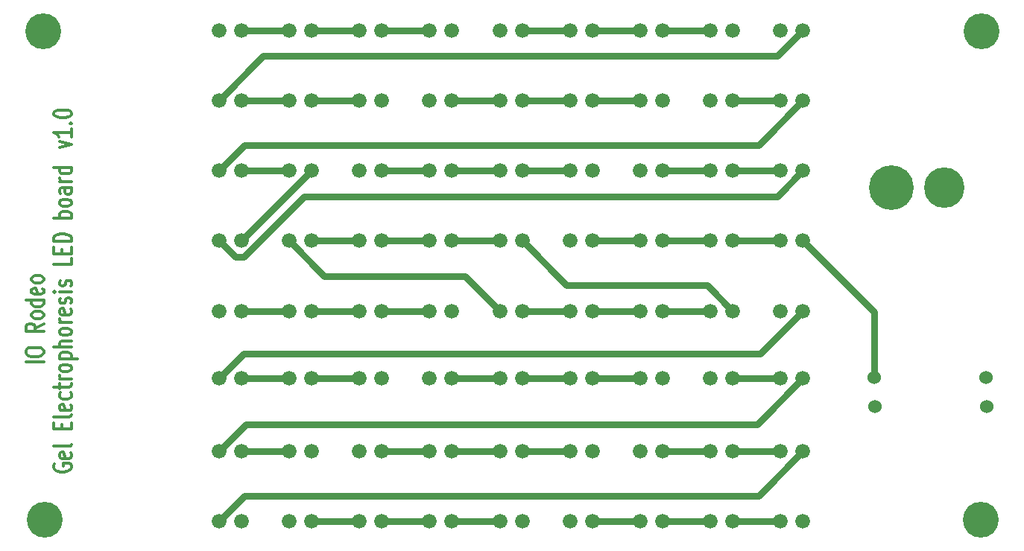
<source format=gtl>
G04 (created by PCBNEW-RS274X (2011-05-25)-stable) date Tue 26 Jun 2012 11:18:22 AM PDT*
G01*
G70*
G90*
%MOIN*%
G04 Gerber Fmt 3.4, Leading zero omitted, Abs format*
%FSLAX34Y34*%
G04 APERTURE LIST*
%ADD10C,0.006000*%
%ADD11C,0.012000*%
%ADD12C,0.060000*%
%ADD13C,0.200000*%
%ADD14C,0.181100*%
%ADD15C,0.160000*%
%ADD16C,0.066000*%
%ADD17C,0.030000*%
G04 APERTURE END LIST*
G54D10*
G54D11*
X26372Y-40763D02*
X26906Y-40620D01*
X26372Y-40478D01*
X26906Y-39935D02*
X26906Y-40278D01*
X26906Y-40106D02*
X26106Y-40106D01*
X26220Y-40163D01*
X26296Y-40221D01*
X26334Y-40278D01*
X26830Y-39678D02*
X26868Y-39650D01*
X26906Y-39678D01*
X26868Y-39707D01*
X26830Y-39678D01*
X26906Y-39678D01*
X26106Y-39278D02*
X26106Y-39221D01*
X26144Y-39164D01*
X26182Y-39135D01*
X26258Y-39106D01*
X26411Y-39078D01*
X26601Y-39078D01*
X26753Y-39106D01*
X26830Y-39135D01*
X26868Y-39164D01*
X26906Y-39221D01*
X26906Y-39278D01*
X26868Y-39335D01*
X26830Y-39364D01*
X26753Y-39392D01*
X26601Y-39421D01*
X26411Y-39421D01*
X26258Y-39392D01*
X26182Y-39364D01*
X26144Y-39335D01*
X26106Y-39278D01*
X25646Y-50365D02*
X24846Y-50365D01*
X24846Y-49965D02*
X24846Y-49851D01*
X24884Y-49793D01*
X24960Y-49736D01*
X25112Y-49708D01*
X25379Y-49708D01*
X25532Y-49736D01*
X25608Y-49793D01*
X25646Y-49851D01*
X25646Y-49965D01*
X25608Y-50022D01*
X25532Y-50079D01*
X25379Y-50108D01*
X25112Y-50108D01*
X24960Y-50079D01*
X24884Y-50022D01*
X24846Y-49965D01*
X25646Y-48650D02*
X25265Y-48850D01*
X25646Y-48993D02*
X24846Y-48993D01*
X24846Y-48765D01*
X24884Y-48707D01*
X24922Y-48679D01*
X24998Y-48650D01*
X25112Y-48650D01*
X25189Y-48679D01*
X25227Y-48707D01*
X25265Y-48765D01*
X25265Y-48993D01*
X25646Y-48307D02*
X25608Y-48365D01*
X25570Y-48393D01*
X25493Y-48422D01*
X25265Y-48422D01*
X25189Y-48393D01*
X25151Y-48365D01*
X25112Y-48307D01*
X25112Y-48222D01*
X25151Y-48165D01*
X25189Y-48136D01*
X25265Y-48107D01*
X25493Y-48107D01*
X25570Y-48136D01*
X25608Y-48165D01*
X25646Y-48222D01*
X25646Y-48307D01*
X25646Y-47593D02*
X24846Y-47593D01*
X25608Y-47593D02*
X25646Y-47650D01*
X25646Y-47764D01*
X25608Y-47822D01*
X25570Y-47850D01*
X25493Y-47879D01*
X25265Y-47879D01*
X25189Y-47850D01*
X25151Y-47822D01*
X25112Y-47764D01*
X25112Y-47650D01*
X25151Y-47593D01*
X25608Y-47079D02*
X25646Y-47136D01*
X25646Y-47250D01*
X25608Y-47307D01*
X25532Y-47336D01*
X25227Y-47336D01*
X25151Y-47307D01*
X25112Y-47250D01*
X25112Y-47136D01*
X25151Y-47079D01*
X25227Y-47050D01*
X25303Y-47050D01*
X25379Y-47336D01*
X25646Y-46707D02*
X25608Y-46765D01*
X25570Y-46793D01*
X25493Y-46822D01*
X25265Y-46822D01*
X25189Y-46793D01*
X25151Y-46765D01*
X25112Y-46707D01*
X25112Y-46622D01*
X25151Y-46565D01*
X25189Y-46536D01*
X25265Y-46507D01*
X25493Y-46507D01*
X25570Y-46536D01*
X25608Y-46565D01*
X25646Y-46622D01*
X25646Y-46707D01*
X26124Y-54936D02*
X26086Y-54993D01*
X26086Y-55079D01*
X26124Y-55164D01*
X26200Y-55222D01*
X26276Y-55250D01*
X26429Y-55279D01*
X26543Y-55279D01*
X26695Y-55250D01*
X26772Y-55222D01*
X26848Y-55164D01*
X26886Y-55079D01*
X26886Y-55022D01*
X26848Y-54936D01*
X26810Y-54907D01*
X26543Y-54907D01*
X26543Y-55022D01*
X26848Y-54422D02*
X26886Y-54479D01*
X26886Y-54593D01*
X26848Y-54650D01*
X26772Y-54679D01*
X26467Y-54679D01*
X26391Y-54650D01*
X26352Y-54593D01*
X26352Y-54479D01*
X26391Y-54422D01*
X26467Y-54393D01*
X26543Y-54393D01*
X26619Y-54679D01*
X26886Y-54050D02*
X26848Y-54108D01*
X26772Y-54136D01*
X26086Y-54136D01*
X26467Y-53365D02*
X26467Y-53165D01*
X26886Y-53079D02*
X26886Y-53365D01*
X26086Y-53365D01*
X26086Y-53079D01*
X26886Y-52736D02*
X26848Y-52794D01*
X26772Y-52822D01*
X26086Y-52822D01*
X26848Y-52280D02*
X26886Y-52337D01*
X26886Y-52451D01*
X26848Y-52508D01*
X26772Y-52537D01*
X26467Y-52537D01*
X26391Y-52508D01*
X26352Y-52451D01*
X26352Y-52337D01*
X26391Y-52280D01*
X26467Y-52251D01*
X26543Y-52251D01*
X26619Y-52537D01*
X26848Y-51737D02*
X26886Y-51794D01*
X26886Y-51908D01*
X26848Y-51966D01*
X26810Y-51994D01*
X26733Y-52023D01*
X26505Y-52023D01*
X26429Y-51994D01*
X26391Y-51966D01*
X26352Y-51908D01*
X26352Y-51794D01*
X26391Y-51737D01*
X26352Y-51566D02*
X26352Y-51337D01*
X26086Y-51480D02*
X26772Y-51480D01*
X26848Y-51452D01*
X26886Y-51394D01*
X26886Y-51337D01*
X26886Y-51137D02*
X26352Y-51137D01*
X26505Y-51137D02*
X26429Y-51109D01*
X26391Y-51080D01*
X26352Y-51023D01*
X26352Y-50966D01*
X26886Y-50680D02*
X26848Y-50738D01*
X26810Y-50766D01*
X26733Y-50795D01*
X26505Y-50795D01*
X26429Y-50766D01*
X26391Y-50738D01*
X26352Y-50680D01*
X26352Y-50595D01*
X26391Y-50538D01*
X26429Y-50509D01*
X26505Y-50480D01*
X26733Y-50480D01*
X26810Y-50509D01*
X26848Y-50538D01*
X26886Y-50595D01*
X26886Y-50680D01*
X26352Y-50223D02*
X27152Y-50223D01*
X26391Y-50223D02*
X26352Y-50166D01*
X26352Y-50052D01*
X26391Y-49995D01*
X26429Y-49966D01*
X26505Y-49937D01*
X26733Y-49937D01*
X26810Y-49966D01*
X26848Y-49995D01*
X26886Y-50052D01*
X26886Y-50166D01*
X26848Y-50223D01*
X26886Y-49680D02*
X26086Y-49680D01*
X26886Y-49423D02*
X26467Y-49423D01*
X26391Y-49452D01*
X26352Y-49509D01*
X26352Y-49594D01*
X26391Y-49652D01*
X26429Y-49680D01*
X26886Y-49051D02*
X26848Y-49109D01*
X26810Y-49137D01*
X26733Y-49166D01*
X26505Y-49166D01*
X26429Y-49137D01*
X26391Y-49109D01*
X26352Y-49051D01*
X26352Y-48966D01*
X26391Y-48909D01*
X26429Y-48880D01*
X26505Y-48851D01*
X26733Y-48851D01*
X26810Y-48880D01*
X26848Y-48909D01*
X26886Y-48966D01*
X26886Y-49051D01*
X26886Y-48594D02*
X26352Y-48594D01*
X26505Y-48594D02*
X26429Y-48566D01*
X26391Y-48537D01*
X26352Y-48480D01*
X26352Y-48423D01*
X26848Y-47995D02*
X26886Y-48052D01*
X26886Y-48166D01*
X26848Y-48223D01*
X26772Y-48252D01*
X26467Y-48252D01*
X26391Y-48223D01*
X26352Y-48166D01*
X26352Y-48052D01*
X26391Y-47995D01*
X26467Y-47966D01*
X26543Y-47966D01*
X26619Y-48252D01*
X26848Y-47738D02*
X26886Y-47681D01*
X26886Y-47566D01*
X26848Y-47509D01*
X26772Y-47481D01*
X26733Y-47481D01*
X26657Y-47509D01*
X26619Y-47566D01*
X26619Y-47652D01*
X26581Y-47709D01*
X26505Y-47738D01*
X26467Y-47738D01*
X26391Y-47709D01*
X26352Y-47652D01*
X26352Y-47566D01*
X26391Y-47509D01*
X26886Y-47223D02*
X26352Y-47223D01*
X26086Y-47223D02*
X26124Y-47252D01*
X26162Y-47223D01*
X26124Y-47195D01*
X26086Y-47223D01*
X26162Y-47223D01*
X26848Y-46966D02*
X26886Y-46909D01*
X26886Y-46794D01*
X26848Y-46737D01*
X26772Y-46709D01*
X26733Y-46709D01*
X26657Y-46737D01*
X26619Y-46794D01*
X26619Y-46880D01*
X26581Y-46937D01*
X26505Y-46966D01*
X26467Y-46966D01*
X26391Y-46937D01*
X26352Y-46880D01*
X26352Y-46794D01*
X26391Y-46737D01*
X26886Y-45708D02*
X26886Y-45994D01*
X26086Y-45994D01*
X26467Y-45508D02*
X26467Y-45308D01*
X26886Y-45222D02*
X26886Y-45508D01*
X26086Y-45508D01*
X26086Y-45222D01*
X26886Y-44965D02*
X26086Y-44965D01*
X26086Y-44822D01*
X26124Y-44737D01*
X26200Y-44679D01*
X26276Y-44651D01*
X26429Y-44622D01*
X26543Y-44622D01*
X26695Y-44651D01*
X26772Y-44679D01*
X26848Y-44737D01*
X26886Y-44822D01*
X26886Y-44965D01*
X26886Y-43908D02*
X26086Y-43908D01*
X26391Y-43908D02*
X26352Y-43851D01*
X26352Y-43737D01*
X26391Y-43680D01*
X26429Y-43651D01*
X26505Y-43622D01*
X26733Y-43622D01*
X26810Y-43651D01*
X26848Y-43680D01*
X26886Y-43737D01*
X26886Y-43851D01*
X26848Y-43908D01*
X26886Y-43279D02*
X26848Y-43337D01*
X26810Y-43365D01*
X26733Y-43394D01*
X26505Y-43394D01*
X26429Y-43365D01*
X26391Y-43337D01*
X26352Y-43279D01*
X26352Y-43194D01*
X26391Y-43137D01*
X26429Y-43108D01*
X26505Y-43079D01*
X26733Y-43079D01*
X26810Y-43108D01*
X26848Y-43137D01*
X26886Y-43194D01*
X26886Y-43279D01*
X26886Y-42565D02*
X26467Y-42565D01*
X26391Y-42594D01*
X26352Y-42651D01*
X26352Y-42765D01*
X26391Y-42822D01*
X26848Y-42565D02*
X26886Y-42622D01*
X26886Y-42765D01*
X26848Y-42822D01*
X26772Y-42851D01*
X26695Y-42851D01*
X26619Y-42822D01*
X26581Y-42765D01*
X26581Y-42622D01*
X26543Y-42565D01*
X26886Y-42279D02*
X26352Y-42279D01*
X26505Y-42279D02*
X26429Y-42251D01*
X26391Y-42222D01*
X26352Y-42165D01*
X26352Y-42108D01*
X26886Y-41651D02*
X26086Y-41651D01*
X26848Y-41651D02*
X26886Y-41708D01*
X26886Y-41822D01*
X26848Y-41880D01*
X26810Y-41908D01*
X26733Y-41937D01*
X26505Y-41937D01*
X26429Y-41908D01*
X26391Y-41880D01*
X26352Y-41822D01*
X26352Y-41708D01*
X26391Y-41651D01*
G54D12*
X62832Y-52348D03*
X67832Y-52348D03*
X62812Y-51048D03*
X67812Y-51048D03*
G54D13*
X63551Y-42545D03*
G54D14*
X65913Y-42545D03*
G54D15*
X25683Y-57437D03*
X67598Y-35544D03*
X67577Y-57437D03*
X25642Y-35544D03*
G54D16*
X33488Y-41797D03*
X34488Y-41797D03*
X36629Y-35515D03*
X37629Y-35515D03*
X39769Y-35515D03*
X40769Y-35515D03*
X42910Y-35515D03*
X43910Y-35515D03*
X46050Y-35515D03*
X47050Y-35515D03*
X49191Y-35515D03*
X50191Y-35515D03*
X52331Y-35515D03*
X53331Y-35515D03*
X55472Y-35515D03*
X56472Y-35515D03*
X58612Y-35515D03*
X59612Y-35515D03*
X33488Y-38656D03*
X34488Y-38656D03*
X36629Y-38656D03*
X37629Y-38656D03*
X39769Y-38656D03*
X40769Y-38656D03*
X42910Y-38656D03*
X43910Y-38656D03*
X46050Y-38656D03*
X47050Y-38656D03*
X49191Y-38656D03*
X50191Y-38656D03*
X52331Y-38656D03*
X53331Y-38656D03*
X55472Y-38656D03*
X56472Y-38656D03*
X58612Y-38656D03*
X59612Y-38656D03*
X52331Y-41797D03*
X53331Y-41797D03*
X49191Y-41797D03*
X50191Y-41797D03*
X46050Y-41797D03*
X47050Y-41797D03*
X42910Y-41797D03*
X43910Y-41797D03*
X39769Y-41797D03*
X40769Y-41797D03*
X36629Y-41797D03*
X37629Y-41797D03*
X58612Y-41797D03*
X59612Y-41797D03*
X55472Y-41797D03*
X56472Y-41797D03*
X33488Y-44938D03*
X34488Y-44938D03*
X55472Y-44938D03*
X56472Y-44938D03*
X52331Y-44938D03*
X53331Y-44938D03*
X49191Y-44938D03*
X50191Y-44938D03*
X46050Y-44938D03*
X47050Y-44938D03*
X42910Y-44938D03*
X43910Y-44938D03*
X39769Y-44938D03*
X40769Y-44938D03*
X36629Y-44938D03*
X37629Y-44938D03*
X58612Y-44938D03*
X59612Y-44938D03*
X33488Y-57500D03*
X34488Y-57500D03*
X33488Y-54360D03*
X34488Y-54360D03*
X33488Y-51101D03*
X34488Y-51101D03*
X33488Y-48079D03*
X34488Y-48079D03*
X58612Y-48079D03*
X59612Y-48079D03*
X55472Y-48079D03*
X56472Y-48079D03*
X52331Y-48079D03*
X53331Y-48079D03*
X49191Y-48079D03*
X50191Y-48079D03*
X42910Y-48079D03*
X43910Y-48079D03*
X46050Y-48079D03*
X47050Y-48079D03*
X39769Y-48079D03*
X40769Y-48079D03*
X36629Y-48079D03*
X37629Y-48079D03*
X36629Y-51101D03*
X37629Y-51101D03*
X58612Y-51101D03*
X59612Y-51101D03*
X55472Y-51101D03*
X56472Y-51101D03*
X52331Y-51101D03*
X53331Y-51101D03*
X49191Y-51101D03*
X50191Y-51101D03*
X46050Y-51101D03*
X47050Y-51101D03*
X42910Y-51101D03*
X43910Y-51101D03*
X39769Y-51101D03*
X40769Y-51101D03*
X36629Y-54360D03*
X37629Y-54360D03*
X58612Y-54360D03*
X59612Y-54360D03*
X55472Y-54360D03*
X56472Y-54360D03*
X52331Y-54360D03*
X53331Y-54360D03*
X49191Y-54360D03*
X50191Y-54360D03*
X46050Y-54360D03*
X47050Y-54360D03*
X42910Y-54360D03*
X43910Y-54360D03*
X39769Y-54360D03*
X40769Y-54360D03*
X39769Y-57500D03*
X40769Y-57500D03*
X36629Y-57500D03*
X37629Y-57500D03*
X58612Y-57500D03*
X59612Y-57500D03*
X55463Y-57500D03*
X56463Y-57500D03*
X52331Y-57500D03*
X53331Y-57500D03*
X49191Y-57500D03*
X50191Y-57500D03*
X46050Y-57500D03*
X47050Y-57500D03*
X42910Y-57500D03*
X43910Y-57500D03*
X33488Y-35515D03*
X34488Y-35515D03*
G54D17*
X36629Y-54360D02*
X34488Y-54360D01*
X47050Y-54360D02*
X49191Y-54360D01*
X34642Y-56346D02*
X33488Y-57500D01*
X57626Y-56346D02*
X34642Y-56346D01*
X59612Y-54360D02*
X57626Y-56346D01*
X56472Y-54360D02*
X58612Y-54360D01*
X53331Y-54360D02*
X55472Y-54360D01*
X56472Y-51101D02*
X58612Y-51101D01*
X34702Y-53146D02*
X33488Y-54360D01*
X57567Y-53146D02*
X34702Y-53146D01*
X59612Y-51101D02*
X57567Y-53146D01*
X50191Y-51101D02*
X52331Y-51101D01*
X47050Y-51101D02*
X49191Y-51101D01*
X43910Y-51101D02*
X46050Y-51101D01*
X58612Y-38656D02*
X56472Y-38656D01*
X34643Y-40642D02*
X33488Y-41797D01*
X57626Y-40642D02*
X34643Y-40642D01*
X59612Y-38656D02*
X57626Y-40642D01*
X39769Y-51101D02*
X37629Y-51101D01*
X40769Y-48079D02*
X42910Y-48079D01*
X37629Y-48079D02*
X39769Y-48079D01*
X36629Y-48079D02*
X34488Y-48079D01*
X34583Y-50006D02*
X33488Y-51101D01*
X57685Y-50006D02*
X34583Y-50006D01*
X59612Y-48079D02*
X57685Y-50006D01*
X36629Y-51101D02*
X34488Y-51101D01*
X53331Y-48079D02*
X55472Y-48079D01*
X50191Y-48079D02*
X52331Y-48079D01*
X47050Y-48079D02*
X49191Y-48079D01*
X40769Y-54360D02*
X42910Y-54360D01*
X43910Y-54360D02*
X46050Y-54360D01*
X52331Y-35515D02*
X50191Y-35515D01*
X36629Y-38656D02*
X34488Y-38656D01*
X39769Y-38656D02*
X37629Y-38656D01*
X52331Y-38656D02*
X50191Y-38656D01*
X49191Y-38656D02*
X47050Y-38656D01*
X46050Y-38656D02*
X43910Y-38656D01*
X49191Y-35515D02*
X47050Y-35515D01*
X55472Y-35515D02*
X53331Y-35515D01*
X42910Y-35515D02*
X40769Y-35515D01*
X39769Y-35515D02*
X37629Y-35515D01*
X34488Y-35515D02*
X36629Y-35515D01*
X40769Y-44938D02*
X42910Y-44938D01*
X36629Y-41797D02*
X34488Y-41797D01*
X47050Y-41797D02*
X49191Y-41797D01*
X43910Y-41797D02*
X46050Y-41797D01*
X40769Y-41797D02*
X42910Y-41797D01*
X37629Y-44938D02*
X39769Y-44938D01*
X58612Y-44938D02*
X56472Y-44938D01*
X43910Y-44938D02*
X46050Y-44938D01*
X58457Y-42952D02*
X59612Y-41797D01*
X37301Y-42952D02*
X58457Y-42952D01*
X34583Y-45670D02*
X37301Y-42952D01*
X34220Y-45670D02*
X34583Y-45670D01*
X33488Y-44938D02*
X34220Y-45670D01*
X56472Y-41797D02*
X58612Y-41797D01*
X55472Y-41797D02*
X53331Y-41797D01*
X58457Y-36670D02*
X59612Y-35515D01*
X35474Y-36670D02*
X58457Y-36670D01*
X33488Y-38656D02*
X35474Y-36670D01*
X37629Y-57500D02*
X39769Y-57500D01*
X34488Y-44938D02*
X37629Y-41797D01*
X55317Y-46924D02*
X56472Y-48079D01*
X49036Y-46924D02*
X55317Y-46924D01*
X47050Y-44938D02*
X49036Y-46924D01*
X62812Y-48138D02*
X62812Y-51048D01*
X59612Y-44938D02*
X62812Y-48138D01*
X43910Y-57500D02*
X46050Y-57500D01*
X42910Y-57500D02*
X40769Y-57500D01*
X56463Y-57500D02*
X58612Y-57500D01*
X53331Y-57500D02*
X55463Y-57500D01*
X50191Y-57500D02*
X52331Y-57500D01*
X50191Y-44938D02*
X52331Y-44938D01*
X53331Y-44938D02*
X55472Y-44938D01*
X44479Y-46508D02*
X46050Y-48079D01*
X38199Y-46508D02*
X44479Y-46508D01*
X36629Y-44938D02*
X38199Y-46508D01*
M02*

</source>
